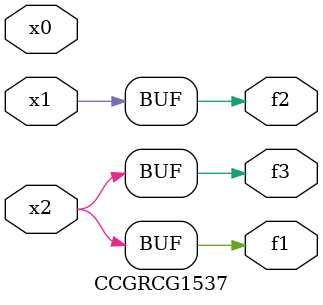
<source format=v>
module CCGRCG1537(
	input x0, x1, x2,
	output f1, f2, f3
);
	assign f1 = x2;
	assign f2 = x1;
	assign f3 = x2;
endmodule

</source>
